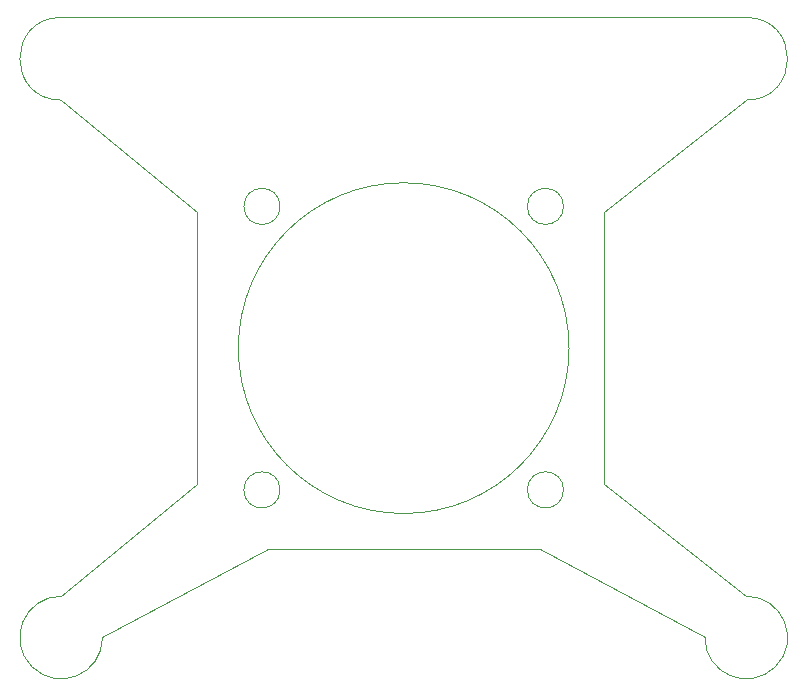
<source format=gbp>
%TF.GenerationSoftware,KiCad,Pcbnew,(5.1.7-7-g831c51c875)-1*%
%TF.CreationDate,2021-03-20T10:33:23-05:00*%
%TF.ProjectId,raspberry_pi_fan_hat,72617370-6265-4727-9279-5f70695f6661,rev?*%
%TF.SameCoordinates,PXbebc200PY8f0d180*%
%TF.FileFunction,Paste,Bot*%
%TF.FilePolarity,Positive*%
%FSLAX46Y46*%
G04 Gerber Fmt 4.6, Leading zero omitted, Abs format (unit mm)*
G04 Created by KiCad (PCBNEW (5.1.7-7-g831c51c875)-1) date 2021-03-20 10:33:23*
%MOMM*%
%LPD*%
G01*
G04 APERTURE LIST*
%TA.AperFunction,Profile*%
%ADD10C,0.100000*%
%TD*%
G04 APERTURE END LIST*
D10*
X46030000Y16000000D02*
G75*
G03*
X46030000Y16000000I-1530000J0D01*
G01*
X22030000Y16000000D02*
G75*
G03*
X22030000Y16000000I-1530000J0D01*
G01*
X22030000Y40000000D02*
G75*
G03*
X22030000Y40000000I-1530000J0D01*
G01*
X46030000Y40000000D02*
G75*
G03*
X46030000Y40000000I-1530000J0D01*
G01*
X3500000Y7000000D02*
X15000000Y16500000D01*
X46500000Y28000000D02*
G75*
G03*
X46500000Y28000000I-14000000J0D01*
G01*
X49500000Y39500000D02*
X61500000Y49000000D01*
X3500000Y49000000D02*
X15000000Y39500000D01*
X61500000Y7000000D02*
X49500000Y16500000D01*
X7000000Y3500000D02*
X21000000Y11000000D01*
X44000000Y11000000D02*
X58000000Y3500000D01*
X21000000Y11000000D02*
X44000000Y11000000D01*
X15000000Y39500000D02*
X15000000Y16500000D01*
X49500000Y16500000D02*
X49500000Y39500000D01*
X7000000Y3500000D02*
G75*
G02*
X3500000Y7000000I-3500000J0D01*
G01*
X61500000Y7000000D02*
G75*
G02*
X58000000Y3500000I0J-3500000D01*
G01*
X61500000Y56000000D02*
G75*
G02*
X61500000Y49000000I0J-3500000D01*
G01*
X3500000Y49000000D02*
G75*
G02*
X3500000Y56000000I0J3500000D01*
G01*
X61500000Y56000000D02*
X3500000Y56000000D01*
M02*

</source>
